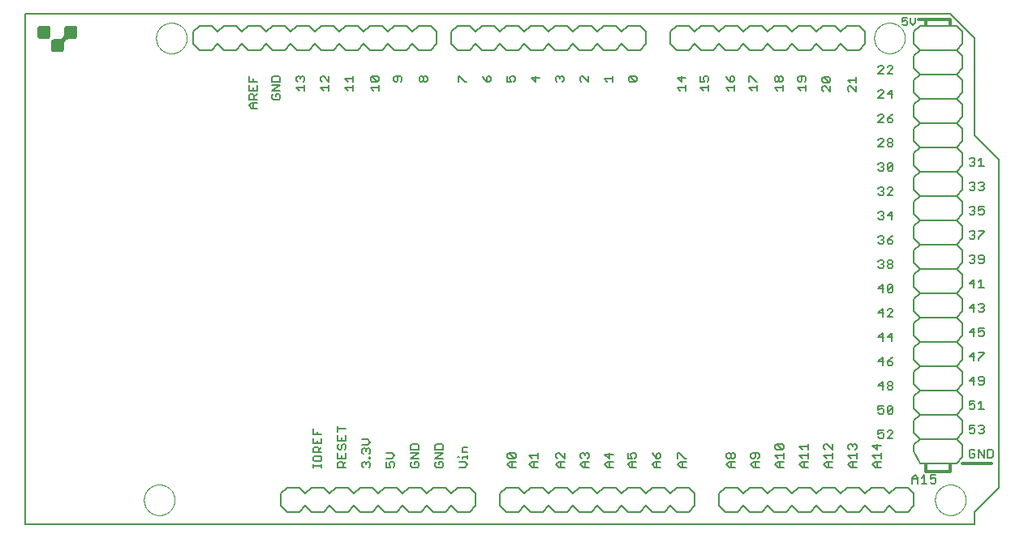
<source format=gto>
G75*
%MOIN*%
%OFA0B0*%
%FSLAX25Y25*%
%IPPOS*%
%LPD*%
%AMOC8*
5,1,8,0,0,1.08239X$1,22.5*
%
%ADD10C,0.00800*%
%ADD11C,0.00600*%
%ADD12C,0.01200*%
%ADD13C,0.00500*%
%ADD14C,0.00000*%
%ADD15C,0.00300*%
D10*
X0005000Y0005000D02*
X0005000Y0215000D01*
X0385000Y0215000D01*
X0395000Y0205000D01*
X0395000Y0165000D01*
X0405000Y0155000D01*
X0405000Y0020000D01*
X0395000Y0010000D01*
X0395000Y0005000D01*
X0005000Y0005000D01*
X0110000Y0012500D02*
X0112500Y0010000D01*
X0117500Y0010000D01*
X0120000Y0012500D01*
X0122500Y0010000D01*
X0127500Y0010000D01*
X0130000Y0012500D01*
X0132500Y0010000D01*
X0137500Y0010000D01*
X0140000Y0012500D01*
X0142500Y0010000D01*
X0147500Y0010000D01*
X0150000Y0012500D01*
X0152500Y0010000D01*
X0157500Y0010000D01*
X0160000Y0012500D01*
X0162500Y0010000D01*
X0167500Y0010000D01*
X0170000Y0012500D01*
X0172500Y0010000D01*
X0177500Y0010000D01*
X0180000Y0012500D01*
X0182500Y0010000D01*
X0187500Y0010000D01*
X0190000Y0012500D01*
X0190000Y0017500D01*
X0187500Y0020000D01*
X0182500Y0020000D01*
X0180000Y0017500D01*
X0177500Y0020000D01*
X0172500Y0020000D01*
X0170000Y0017500D01*
X0167500Y0020000D01*
X0162500Y0020000D01*
X0160000Y0017500D01*
X0157500Y0020000D01*
X0152500Y0020000D01*
X0150000Y0017500D01*
X0147500Y0020000D01*
X0142500Y0020000D01*
X0140000Y0017500D01*
X0137500Y0020000D01*
X0132500Y0020000D01*
X0130000Y0017500D01*
X0127500Y0020000D01*
X0122500Y0020000D01*
X0120000Y0017500D01*
X0117500Y0020000D01*
X0112500Y0020000D01*
X0110000Y0017500D01*
X0110000Y0012500D01*
X0200000Y0012500D02*
X0202500Y0010000D01*
X0207500Y0010000D01*
X0210000Y0012500D01*
X0212500Y0010000D01*
X0217500Y0010000D01*
X0220000Y0012500D01*
X0222500Y0010000D01*
X0227500Y0010000D01*
X0230000Y0012500D01*
X0232500Y0010000D01*
X0237500Y0010000D01*
X0240000Y0012500D01*
X0242500Y0010000D01*
X0247500Y0010000D01*
X0250000Y0012500D01*
X0252500Y0010000D01*
X0257500Y0010000D01*
X0260000Y0012500D01*
X0262500Y0010000D01*
X0267500Y0010000D01*
X0270000Y0012500D01*
X0272500Y0010000D01*
X0277500Y0010000D01*
X0280000Y0012500D01*
X0280000Y0017500D01*
X0277500Y0020000D01*
X0272500Y0020000D01*
X0270000Y0017500D01*
X0267500Y0020000D01*
X0262500Y0020000D01*
X0260000Y0017500D01*
X0257500Y0020000D01*
X0252500Y0020000D01*
X0250000Y0017500D01*
X0247500Y0020000D01*
X0242500Y0020000D01*
X0240000Y0017500D01*
X0237500Y0020000D01*
X0232500Y0020000D01*
X0230000Y0017500D01*
X0227500Y0020000D01*
X0222500Y0020000D01*
X0220000Y0017500D01*
X0217500Y0020000D01*
X0212500Y0020000D01*
X0210000Y0017500D01*
X0207500Y0020000D01*
X0202500Y0020000D01*
X0200000Y0017500D01*
X0200000Y0012500D01*
X0290000Y0012500D02*
X0292500Y0010000D01*
X0297500Y0010000D01*
X0300000Y0012500D01*
X0302500Y0010000D01*
X0307500Y0010000D01*
X0310000Y0012500D01*
X0312500Y0010000D01*
X0317500Y0010000D01*
X0320000Y0012500D01*
X0322500Y0010000D01*
X0327500Y0010000D01*
X0330000Y0012500D01*
X0332500Y0010000D01*
X0337500Y0010000D01*
X0340000Y0012500D01*
X0342500Y0010000D01*
X0347500Y0010000D01*
X0350000Y0012500D01*
X0352500Y0010000D01*
X0357500Y0010000D01*
X0360000Y0012500D01*
X0362500Y0010000D01*
X0367500Y0010000D01*
X0370000Y0012500D01*
X0370000Y0017500D01*
X0367500Y0020000D01*
X0362500Y0020000D01*
X0360000Y0017500D01*
X0357500Y0020000D01*
X0352500Y0020000D01*
X0350000Y0017500D01*
X0347500Y0020000D01*
X0342500Y0020000D01*
X0340000Y0017500D01*
X0337500Y0020000D01*
X0332500Y0020000D01*
X0330000Y0017500D01*
X0327500Y0020000D01*
X0322500Y0020000D01*
X0320000Y0017500D01*
X0317500Y0020000D01*
X0312500Y0020000D01*
X0310000Y0017500D01*
X0307500Y0020000D01*
X0302500Y0020000D01*
X0300000Y0017500D01*
X0297500Y0020000D01*
X0292500Y0020000D01*
X0290000Y0017500D01*
X0290000Y0012500D01*
X0370000Y0035000D02*
X0372500Y0030000D01*
X0387500Y0030000D01*
X0390000Y0032500D01*
X0390000Y0037500D01*
X0387500Y0040000D01*
X0372500Y0040000D01*
X0370000Y0037500D01*
X0370000Y0035000D01*
X0372500Y0200000D02*
X0387500Y0200000D01*
X0390000Y0202500D01*
X0390000Y0207500D01*
X0387500Y0210000D01*
X0372500Y0210000D01*
X0370000Y0207500D01*
X0370000Y0202500D01*
X0372500Y0200000D01*
X0350000Y0202500D02*
X0347500Y0200000D01*
X0342500Y0200000D01*
X0340000Y0202500D01*
X0337500Y0200000D01*
X0332500Y0200000D01*
X0330000Y0202500D01*
X0327500Y0200000D01*
X0322500Y0200000D01*
X0320000Y0202500D01*
X0317500Y0200000D01*
X0312500Y0200000D01*
X0310000Y0202500D01*
X0307500Y0200000D01*
X0302500Y0200000D01*
X0300000Y0202500D01*
X0297500Y0200000D01*
X0292500Y0200000D01*
X0290000Y0202500D01*
X0287500Y0200000D01*
X0282500Y0200000D01*
X0280000Y0202500D01*
X0277500Y0200000D01*
X0272500Y0200000D01*
X0270000Y0202500D01*
X0270000Y0207500D01*
X0272500Y0210000D01*
X0277500Y0210000D01*
X0280000Y0207500D01*
X0282500Y0210000D01*
X0287500Y0210000D01*
X0290000Y0207500D01*
X0292500Y0210000D01*
X0297500Y0210000D01*
X0300000Y0207500D01*
X0302500Y0210000D01*
X0307500Y0210000D01*
X0310000Y0207500D01*
X0312500Y0210000D01*
X0317500Y0210000D01*
X0320000Y0207500D01*
X0322500Y0210000D01*
X0327500Y0210000D01*
X0330000Y0207500D01*
X0332500Y0210000D01*
X0337500Y0210000D01*
X0340000Y0207500D01*
X0342500Y0210000D01*
X0347500Y0210000D01*
X0350000Y0207500D01*
X0350000Y0202500D01*
X0260000Y0202500D02*
X0257500Y0200000D01*
X0252500Y0200000D01*
X0250000Y0202500D01*
X0247500Y0200000D01*
X0242500Y0200000D01*
X0240000Y0202500D01*
X0237500Y0200000D01*
X0232500Y0200000D01*
X0230000Y0202500D01*
X0227500Y0200000D01*
X0222500Y0200000D01*
X0220000Y0202500D01*
X0217500Y0200000D01*
X0212500Y0200000D01*
X0210000Y0202500D01*
X0207500Y0200000D01*
X0202500Y0200000D01*
X0200000Y0202500D01*
X0197500Y0200000D01*
X0192500Y0200000D01*
X0190000Y0202500D01*
X0187500Y0200000D01*
X0182500Y0200000D01*
X0180000Y0202500D01*
X0180000Y0207500D01*
X0182500Y0210000D01*
X0187500Y0210000D01*
X0190000Y0207500D01*
X0192500Y0210000D01*
X0197500Y0210000D01*
X0200000Y0207500D01*
X0202500Y0210000D01*
X0207500Y0210000D01*
X0210000Y0207500D01*
X0212500Y0210000D01*
X0217500Y0210000D01*
X0220000Y0207500D01*
X0222500Y0210000D01*
X0227500Y0210000D01*
X0230000Y0207500D01*
X0232500Y0210000D01*
X0237500Y0210000D01*
X0240000Y0207500D01*
X0242500Y0210000D01*
X0247500Y0210000D01*
X0250000Y0207500D01*
X0252500Y0210000D01*
X0257500Y0210000D01*
X0260000Y0207500D01*
X0260000Y0202500D01*
X0174000Y0202500D02*
X0171500Y0200000D01*
X0166500Y0200000D01*
X0164000Y0202500D01*
X0161500Y0200000D01*
X0156500Y0200000D01*
X0154000Y0202500D01*
X0151500Y0200000D01*
X0146500Y0200000D01*
X0144000Y0202500D01*
X0141500Y0200000D01*
X0136500Y0200000D01*
X0134000Y0202500D01*
X0131500Y0200000D01*
X0126500Y0200000D01*
X0124000Y0202500D01*
X0121500Y0200000D01*
X0116500Y0200000D01*
X0114000Y0202500D01*
X0111500Y0200000D01*
X0106500Y0200000D01*
X0104000Y0202500D01*
X0101500Y0200000D01*
X0096500Y0200000D01*
X0094000Y0202500D01*
X0091500Y0200000D01*
X0086500Y0200000D01*
X0084000Y0202500D01*
X0081500Y0200000D01*
X0076500Y0200000D01*
X0074000Y0202500D01*
X0074000Y0207500D01*
X0076500Y0210000D01*
X0081500Y0210000D01*
X0084000Y0207500D01*
X0086500Y0210000D01*
X0091500Y0210000D01*
X0094000Y0207500D01*
X0096500Y0210000D01*
X0101500Y0210000D01*
X0104000Y0207500D01*
X0106500Y0210000D01*
X0111500Y0210000D01*
X0114000Y0207500D01*
X0116500Y0210000D01*
X0121500Y0210000D01*
X0124000Y0207500D01*
X0126500Y0210000D01*
X0131500Y0210000D01*
X0134000Y0207500D01*
X0136500Y0210000D01*
X0141500Y0210000D01*
X0144000Y0207500D01*
X0146500Y0210000D01*
X0151500Y0210000D01*
X0154000Y0207500D01*
X0156500Y0210000D01*
X0161500Y0210000D01*
X0164000Y0207500D01*
X0166500Y0210000D01*
X0171500Y0210000D01*
X0174000Y0207500D01*
X0174000Y0202500D01*
D11*
X0169633Y0189385D02*
X0170200Y0188818D01*
X0170200Y0187684D01*
X0169633Y0187117D01*
X0169066Y0187117D01*
X0168499Y0187684D01*
X0168499Y0188818D01*
X0169066Y0189385D01*
X0169633Y0189385D01*
X0168499Y0188818D02*
X0167931Y0189385D01*
X0167364Y0189385D01*
X0166797Y0188818D01*
X0166797Y0187684D01*
X0167364Y0187117D01*
X0167931Y0187117D01*
X0168499Y0187684D01*
X0159700Y0187684D02*
X0159700Y0188818D01*
X0159133Y0189385D01*
X0156864Y0189385D01*
X0156297Y0188818D01*
X0156297Y0187684D01*
X0156864Y0187117D01*
X0157431Y0187117D01*
X0157999Y0187684D01*
X0157999Y0189385D01*
X0159700Y0187684D02*
X0159133Y0187117D01*
X0150200Y0187684D02*
X0149633Y0187117D01*
X0147364Y0189385D01*
X0149633Y0189385D01*
X0150200Y0188818D01*
X0150200Y0187684D01*
X0149633Y0187117D02*
X0147364Y0187117D01*
X0146797Y0187684D01*
X0146797Y0188818D01*
X0147364Y0189385D01*
X0150200Y0185702D02*
X0150200Y0183434D01*
X0150200Y0184568D02*
X0146797Y0184568D01*
X0147931Y0183434D01*
X0139700Y0183434D02*
X0139700Y0185702D01*
X0139700Y0184568D02*
X0136297Y0184568D01*
X0137431Y0183434D01*
X0137431Y0187117D02*
X0136297Y0188251D01*
X0139700Y0188251D01*
X0139700Y0187117D02*
X0139700Y0189385D01*
X0129700Y0189385D02*
X0129700Y0187117D01*
X0127431Y0189385D01*
X0126864Y0189385D01*
X0126297Y0188818D01*
X0126297Y0187684D01*
X0126864Y0187117D01*
X0126297Y0184568D02*
X0129700Y0184568D01*
X0129700Y0183434D02*
X0129700Y0185702D01*
X0127431Y0183434D02*
X0126297Y0184568D01*
X0119700Y0184568D02*
X0116297Y0184568D01*
X0117431Y0183434D01*
X0119700Y0183434D02*
X0119700Y0185702D01*
X0119133Y0187117D02*
X0119700Y0187684D01*
X0119700Y0188818D01*
X0119133Y0189385D01*
X0118566Y0189385D01*
X0117999Y0188818D01*
X0117999Y0188251D01*
X0117999Y0188818D02*
X0117431Y0189385D01*
X0116864Y0189385D01*
X0116297Y0188818D01*
X0116297Y0187684D01*
X0116864Y0187117D01*
X0109700Y0187117D02*
X0109700Y0188818D01*
X0109133Y0189385D01*
X0106864Y0189385D01*
X0106297Y0188818D01*
X0106297Y0187117D01*
X0109700Y0187117D01*
X0109700Y0185702D02*
X0106297Y0185702D01*
X0106297Y0183434D02*
X0109700Y0185702D01*
X0109700Y0183434D02*
X0106297Y0183434D01*
X0106864Y0182019D02*
X0106297Y0181452D01*
X0106297Y0180318D01*
X0106864Y0179751D01*
X0109133Y0179751D01*
X0109700Y0180318D01*
X0109700Y0181452D01*
X0109133Y0182019D01*
X0107999Y0182019D01*
X0107999Y0180885D01*
X0100200Y0182019D02*
X0099066Y0180885D01*
X0099066Y0181452D02*
X0099066Y0179751D01*
X0100200Y0179751D02*
X0096797Y0179751D01*
X0096797Y0181452D01*
X0097364Y0182019D01*
X0098499Y0182019D01*
X0099066Y0181452D01*
X0098499Y0183434D02*
X0098499Y0184568D01*
X0100200Y0183434D02*
X0100200Y0185702D01*
X0100200Y0187117D02*
X0096797Y0187117D01*
X0096797Y0189385D01*
X0098499Y0188251D02*
X0098499Y0187117D01*
X0096797Y0185702D02*
X0096797Y0183434D01*
X0100200Y0183434D01*
X0100200Y0178336D02*
X0097931Y0178336D01*
X0096797Y0177202D01*
X0097931Y0176067D01*
X0100200Y0176067D01*
X0098499Y0176067D02*
X0098499Y0178336D01*
X0182797Y0187117D02*
X0182797Y0189385D01*
X0183364Y0189385D01*
X0185633Y0187117D01*
X0186200Y0187117D01*
X0192797Y0189385D02*
X0193364Y0188251D01*
X0194499Y0187117D01*
X0194499Y0188818D01*
X0195066Y0189385D01*
X0195633Y0189385D01*
X0196200Y0188818D01*
X0196200Y0187684D01*
X0195633Y0187117D01*
X0194499Y0187117D01*
X0202797Y0187117D02*
X0204499Y0187117D01*
X0203931Y0188251D01*
X0203931Y0188818D01*
X0204499Y0189385D01*
X0205633Y0189385D01*
X0206200Y0188818D01*
X0206200Y0187684D01*
X0205633Y0187117D01*
X0202797Y0187117D02*
X0202797Y0189385D01*
X0212797Y0188818D02*
X0214499Y0187117D01*
X0214499Y0189385D01*
X0216200Y0188818D02*
X0212797Y0188818D01*
X0222797Y0188818D02*
X0222797Y0187684D01*
X0223364Y0187117D01*
X0224499Y0188251D02*
X0224499Y0188818D01*
X0225066Y0189385D01*
X0225633Y0189385D01*
X0226200Y0188818D01*
X0226200Y0187684D01*
X0225633Y0187117D01*
X0224499Y0188818D02*
X0223931Y0189385D01*
X0223364Y0189385D01*
X0222797Y0188818D01*
X0232797Y0188818D02*
X0232797Y0187684D01*
X0233364Y0187117D01*
X0232797Y0188818D02*
X0233364Y0189385D01*
X0233931Y0189385D01*
X0236200Y0187117D01*
X0236200Y0189385D01*
X0242797Y0188251D02*
X0246200Y0188251D01*
X0246200Y0187117D02*
X0246200Y0189385D01*
X0243931Y0187117D02*
X0242797Y0188251D01*
X0252797Y0187684D02*
X0252797Y0188818D01*
X0253364Y0189385D01*
X0255633Y0187117D01*
X0256200Y0187684D01*
X0256200Y0188818D01*
X0255633Y0189385D01*
X0253364Y0189385D01*
X0252797Y0187684D02*
X0253364Y0187117D01*
X0255633Y0187117D01*
X0272797Y0188818D02*
X0274499Y0187117D01*
X0274499Y0189385D01*
X0276200Y0188818D02*
X0272797Y0188818D01*
X0272797Y0184568D02*
X0276200Y0184568D01*
X0276200Y0183434D02*
X0276200Y0185702D01*
X0273931Y0183434D02*
X0272797Y0184568D01*
X0282297Y0184568D02*
X0283431Y0183434D01*
X0282297Y0184568D02*
X0285700Y0184568D01*
X0285700Y0183434D02*
X0285700Y0185702D01*
X0285133Y0187117D02*
X0285700Y0187684D01*
X0285700Y0188818D01*
X0285133Y0189385D01*
X0283999Y0189385D01*
X0283431Y0188818D01*
X0283431Y0188251D01*
X0283999Y0187117D01*
X0282297Y0187117D01*
X0282297Y0189385D01*
X0292797Y0189385D02*
X0293364Y0188251D01*
X0294499Y0187117D01*
X0294499Y0188818D01*
X0295066Y0189385D01*
X0295633Y0189385D01*
X0296200Y0188818D01*
X0296200Y0187684D01*
X0295633Y0187117D01*
X0294499Y0187117D01*
X0296200Y0185702D02*
X0296200Y0183434D01*
X0296200Y0184568D02*
X0292797Y0184568D01*
X0293931Y0183434D01*
X0302297Y0184568D02*
X0303431Y0183434D01*
X0302297Y0184568D02*
X0305700Y0184568D01*
X0305700Y0183434D02*
X0305700Y0185702D01*
X0305700Y0187117D02*
X0305133Y0187117D01*
X0302864Y0189385D01*
X0302297Y0189385D01*
X0302297Y0187117D01*
X0312797Y0187684D02*
X0312797Y0188818D01*
X0313364Y0189385D01*
X0313931Y0189385D01*
X0314499Y0188818D01*
X0314499Y0187684D01*
X0313931Y0187117D01*
X0313364Y0187117D01*
X0312797Y0187684D01*
X0314499Y0187684D02*
X0315066Y0187117D01*
X0315633Y0187117D01*
X0316200Y0187684D01*
X0316200Y0188818D01*
X0315633Y0189385D01*
X0315066Y0189385D01*
X0314499Y0188818D01*
X0316200Y0185702D02*
X0316200Y0183434D01*
X0316200Y0184568D02*
X0312797Y0184568D01*
X0313931Y0183434D01*
X0322297Y0184568D02*
X0323431Y0183434D01*
X0322297Y0184568D02*
X0325700Y0184568D01*
X0325700Y0183434D02*
X0325700Y0185702D01*
X0325133Y0187117D02*
X0325700Y0187684D01*
X0325700Y0188818D01*
X0325133Y0189385D01*
X0322864Y0189385D01*
X0322297Y0188818D01*
X0322297Y0187684D01*
X0322864Y0187117D01*
X0323431Y0187117D01*
X0323999Y0187684D01*
X0323999Y0189385D01*
X0332297Y0188318D02*
X0332297Y0187184D01*
X0332864Y0186617D01*
X0335133Y0186617D01*
X0332864Y0188885D01*
X0335133Y0188885D01*
X0335700Y0188318D01*
X0335700Y0187184D01*
X0335133Y0186617D01*
X0335700Y0185202D02*
X0335700Y0182934D01*
X0333431Y0185202D01*
X0332864Y0185202D01*
X0332297Y0184635D01*
X0332297Y0183501D01*
X0332864Y0182934D01*
X0332297Y0188318D02*
X0332864Y0188885D01*
X0342797Y0187751D02*
X0346200Y0187751D01*
X0346200Y0186617D02*
X0346200Y0188885D01*
X0343931Y0186617D02*
X0342797Y0187751D01*
X0343364Y0185202D02*
X0342797Y0184635D01*
X0342797Y0183501D01*
X0343364Y0182934D01*
X0343364Y0185202D02*
X0343931Y0185202D01*
X0346200Y0182934D01*
X0346200Y0185202D01*
X0355400Y0183136D02*
X0355967Y0183703D01*
X0357101Y0183703D01*
X0357669Y0183136D01*
X0357669Y0182569D01*
X0355400Y0180300D01*
X0357669Y0180300D01*
X0359083Y0182001D02*
X0361352Y0182001D01*
X0360785Y0180300D02*
X0360785Y0183703D01*
X0359083Y0182001D01*
X0359083Y0190300D02*
X0361352Y0192569D01*
X0361352Y0193136D01*
X0360785Y0193703D01*
X0359650Y0193703D01*
X0359083Y0193136D01*
X0357669Y0193136D02*
X0357101Y0193703D01*
X0355967Y0193703D01*
X0355400Y0193136D01*
X0357669Y0193136D02*
X0357669Y0192569D01*
X0355400Y0190300D01*
X0357669Y0190300D01*
X0359083Y0190300D02*
X0361352Y0190300D01*
X0370000Y0192500D02*
X0372500Y0190000D01*
X0387500Y0190000D01*
X0390000Y0187500D01*
X0390000Y0182500D01*
X0387500Y0180000D01*
X0372500Y0180000D01*
X0370000Y0182500D01*
X0370000Y0187500D01*
X0372500Y0190000D01*
X0370000Y0192500D02*
X0370000Y0197500D01*
X0372500Y0200000D01*
X0387500Y0200000D02*
X0390000Y0197500D01*
X0390000Y0192500D01*
X0387500Y0190000D01*
X0387500Y0180000D02*
X0390000Y0177500D01*
X0390000Y0172500D01*
X0387500Y0170000D01*
X0372500Y0170000D01*
X0370000Y0172500D01*
X0370000Y0177500D01*
X0372500Y0180000D01*
X0361352Y0173703D02*
X0360217Y0173136D01*
X0359083Y0172001D01*
X0360785Y0172001D01*
X0361352Y0171434D01*
X0361352Y0170867D01*
X0360785Y0170300D01*
X0359650Y0170300D01*
X0359083Y0170867D01*
X0359083Y0172001D01*
X0357669Y0172569D02*
X0357669Y0173136D01*
X0357101Y0173703D01*
X0355967Y0173703D01*
X0355400Y0173136D01*
X0357669Y0172569D02*
X0355400Y0170300D01*
X0357669Y0170300D01*
X0357101Y0163703D02*
X0355967Y0163703D01*
X0355400Y0163136D01*
X0357101Y0163703D02*
X0357669Y0163136D01*
X0357669Y0162569D01*
X0355400Y0160300D01*
X0357669Y0160300D01*
X0359083Y0160867D02*
X0359083Y0161434D01*
X0359650Y0162001D01*
X0360785Y0162001D01*
X0361352Y0161434D01*
X0361352Y0160867D01*
X0360785Y0160300D01*
X0359650Y0160300D01*
X0359083Y0160867D01*
X0359650Y0162001D02*
X0359083Y0162569D01*
X0359083Y0163136D01*
X0359650Y0163703D01*
X0360785Y0163703D01*
X0361352Y0163136D01*
X0361352Y0162569D01*
X0360785Y0162001D01*
X0360785Y0153703D02*
X0361352Y0153136D01*
X0359083Y0150867D01*
X0359650Y0150300D01*
X0360785Y0150300D01*
X0361352Y0150867D01*
X0361352Y0153136D01*
X0360785Y0153703D02*
X0359650Y0153703D01*
X0359083Y0153136D01*
X0359083Y0150867D01*
X0357669Y0150867D02*
X0357101Y0150300D01*
X0355967Y0150300D01*
X0355400Y0150867D01*
X0356534Y0152001D02*
X0357101Y0152001D01*
X0357669Y0151434D01*
X0357669Y0150867D01*
X0357101Y0152001D02*
X0357669Y0152569D01*
X0357669Y0153136D01*
X0357101Y0153703D01*
X0355967Y0153703D01*
X0355400Y0153136D01*
X0355967Y0143703D02*
X0357101Y0143703D01*
X0357669Y0143136D01*
X0357669Y0142569D01*
X0357101Y0142001D01*
X0357669Y0141434D01*
X0357669Y0140867D01*
X0357101Y0140300D01*
X0355967Y0140300D01*
X0355400Y0140867D01*
X0356534Y0142001D02*
X0357101Y0142001D01*
X0355400Y0143136D02*
X0355967Y0143703D01*
X0359083Y0143136D02*
X0359650Y0143703D01*
X0360785Y0143703D01*
X0361352Y0143136D01*
X0361352Y0142569D01*
X0359083Y0140300D01*
X0361352Y0140300D01*
X0360785Y0133703D02*
X0359083Y0132001D01*
X0361352Y0132001D01*
X0360785Y0130300D02*
X0360785Y0133703D01*
X0357669Y0133136D02*
X0357669Y0132569D01*
X0357101Y0132001D01*
X0357669Y0131434D01*
X0357669Y0130867D01*
X0357101Y0130300D01*
X0355967Y0130300D01*
X0355400Y0130867D01*
X0356534Y0132001D02*
X0357101Y0132001D01*
X0357669Y0133136D02*
X0357101Y0133703D01*
X0355967Y0133703D01*
X0355400Y0133136D01*
X0355967Y0123703D02*
X0357101Y0123703D01*
X0357669Y0123136D01*
X0357669Y0122569D01*
X0357101Y0122001D01*
X0357669Y0121434D01*
X0357669Y0120867D01*
X0357101Y0120300D01*
X0355967Y0120300D01*
X0355400Y0120867D01*
X0356534Y0122001D02*
X0357101Y0122001D01*
X0359083Y0122001D02*
X0359083Y0120867D01*
X0359650Y0120300D01*
X0360785Y0120300D01*
X0361352Y0120867D01*
X0361352Y0121434D01*
X0360785Y0122001D01*
X0359083Y0122001D01*
X0360217Y0123136D01*
X0361352Y0123703D01*
X0355967Y0123703D02*
X0355400Y0123136D01*
X0355967Y0113703D02*
X0357101Y0113703D01*
X0357669Y0113136D01*
X0357669Y0112569D01*
X0357101Y0112001D01*
X0357669Y0111434D01*
X0357669Y0110867D01*
X0357101Y0110300D01*
X0355967Y0110300D01*
X0355400Y0110867D01*
X0356534Y0112001D02*
X0357101Y0112001D01*
X0355400Y0113136D02*
X0355967Y0113703D01*
X0359083Y0113136D02*
X0359083Y0112569D01*
X0359650Y0112001D01*
X0360785Y0112001D01*
X0361352Y0111434D01*
X0361352Y0110867D01*
X0360785Y0110300D01*
X0359650Y0110300D01*
X0359083Y0110867D01*
X0359083Y0111434D01*
X0359650Y0112001D01*
X0360785Y0112001D02*
X0361352Y0112569D01*
X0361352Y0113136D01*
X0360785Y0113703D01*
X0359650Y0113703D01*
X0359083Y0113136D01*
X0370000Y0112500D02*
X0372500Y0110000D01*
X0387500Y0110000D01*
X0390000Y0107500D01*
X0390000Y0102500D01*
X0387500Y0100000D01*
X0372500Y0100000D01*
X0370000Y0102500D01*
X0370000Y0107500D01*
X0372500Y0110000D01*
X0370000Y0112500D02*
X0370000Y0117500D01*
X0372500Y0120000D01*
X0387500Y0120000D01*
X0390000Y0117500D01*
X0390000Y0112500D01*
X0387500Y0110000D01*
X0392800Y0112967D02*
X0393367Y0112400D01*
X0394501Y0112400D01*
X0395069Y0112967D01*
X0395069Y0113534D01*
X0394501Y0114101D01*
X0393934Y0114101D01*
X0394501Y0114101D02*
X0395069Y0114669D01*
X0395069Y0115236D01*
X0394501Y0115803D01*
X0393367Y0115803D01*
X0392800Y0115236D01*
X0396483Y0115236D02*
X0396483Y0114669D01*
X0397050Y0114101D01*
X0398752Y0114101D01*
X0398752Y0112967D02*
X0398752Y0115236D01*
X0398185Y0115803D01*
X0397050Y0115803D01*
X0396483Y0115236D01*
X0396483Y0112967D02*
X0397050Y0112400D01*
X0398185Y0112400D01*
X0398752Y0112967D01*
X0390000Y0122500D02*
X0387500Y0120000D01*
X0390000Y0122500D02*
X0390000Y0127500D01*
X0387500Y0130000D01*
X0372500Y0130000D01*
X0370000Y0132500D01*
X0370000Y0137500D01*
X0372500Y0140000D01*
X0387500Y0140000D01*
X0390000Y0142500D01*
X0390000Y0147500D01*
X0387500Y0150000D01*
X0372500Y0150000D01*
X0370000Y0152500D01*
X0370000Y0157500D01*
X0372500Y0160000D01*
X0387500Y0160000D01*
X0390000Y0162500D01*
X0390000Y0167500D01*
X0387500Y0170000D01*
X0372500Y0170000D02*
X0370000Y0167500D01*
X0370000Y0162500D01*
X0372500Y0160000D01*
X0372500Y0150000D02*
X0370000Y0147500D01*
X0370000Y0142500D01*
X0372500Y0140000D01*
X0372500Y0130000D02*
X0370000Y0127500D01*
X0370000Y0122500D01*
X0372500Y0120000D01*
X0387500Y0130000D02*
X0390000Y0132500D01*
X0390000Y0137500D01*
X0387500Y0140000D01*
X0392800Y0142967D02*
X0393367Y0142400D01*
X0394501Y0142400D01*
X0395069Y0142967D01*
X0395069Y0143534D01*
X0394501Y0144101D01*
X0393934Y0144101D01*
X0394501Y0144101D02*
X0395069Y0144669D01*
X0395069Y0145236D01*
X0394501Y0145803D01*
X0393367Y0145803D01*
X0392800Y0145236D01*
X0396483Y0145236D02*
X0397050Y0145803D01*
X0398185Y0145803D01*
X0398752Y0145236D01*
X0398752Y0144669D01*
X0398185Y0144101D01*
X0398752Y0143534D01*
X0398752Y0142967D01*
X0398185Y0142400D01*
X0397050Y0142400D01*
X0396483Y0142967D01*
X0397617Y0144101D02*
X0398185Y0144101D01*
X0390000Y0152500D02*
X0387500Y0150000D01*
X0390000Y0152500D02*
X0390000Y0157500D01*
X0387500Y0160000D01*
X0392800Y0155236D02*
X0393367Y0155803D01*
X0394501Y0155803D01*
X0395069Y0155236D01*
X0395069Y0154669D01*
X0394501Y0154101D01*
X0395069Y0153534D01*
X0395069Y0152967D01*
X0394501Y0152400D01*
X0393367Y0152400D01*
X0392800Y0152967D01*
X0393934Y0154101D02*
X0394501Y0154101D01*
X0396483Y0154669D02*
X0397617Y0155803D01*
X0397617Y0152400D01*
X0396483Y0152400D02*
X0398752Y0152400D01*
X0398752Y0135803D02*
X0396483Y0135803D01*
X0396483Y0134101D01*
X0397617Y0134669D01*
X0398185Y0134669D01*
X0398752Y0134101D01*
X0398752Y0132967D01*
X0398185Y0132400D01*
X0397050Y0132400D01*
X0396483Y0132967D01*
X0395069Y0132967D02*
X0394501Y0132400D01*
X0393367Y0132400D01*
X0392800Y0132967D01*
X0393934Y0134101D02*
X0394501Y0134101D01*
X0395069Y0133534D01*
X0395069Y0132967D01*
X0394501Y0134101D02*
X0395069Y0134669D01*
X0395069Y0135236D01*
X0394501Y0135803D01*
X0393367Y0135803D01*
X0392800Y0135236D01*
X0393367Y0125803D02*
X0394501Y0125803D01*
X0395069Y0125236D01*
X0395069Y0124669D01*
X0394501Y0124101D01*
X0395069Y0123534D01*
X0395069Y0122967D01*
X0394501Y0122400D01*
X0393367Y0122400D01*
X0392800Y0122967D01*
X0393934Y0124101D02*
X0394501Y0124101D01*
X0392800Y0125236D02*
X0393367Y0125803D01*
X0396483Y0125803D02*
X0398752Y0125803D01*
X0398752Y0125236D01*
X0396483Y0122967D01*
X0396483Y0122400D01*
X0397617Y0105803D02*
X0397617Y0102400D01*
X0396483Y0102400D02*
X0398752Y0102400D01*
X0396483Y0104669D02*
X0397617Y0105803D01*
X0395069Y0104101D02*
X0392800Y0104101D01*
X0394501Y0105803D01*
X0394501Y0102400D01*
X0390000Y0097500D02*
X0390000Y0092500D01*
X0387500Y0090000D01*
X0372500Y0090000D01*
X0370000Y0092500D01*
X0370000Y0097500D01*
X0372500Y0100000D01*
X0361352Y0100867D02*
X0360785Y0100300D01*
X0359650Y0100300D01*
X0359083Y0100867D01*
X0361352Y0103136D01*
X0361352Y0100867D01*
X0361352Y0103136D02*
X0360785Y0103703D01*
X0359650Y0103703D01*
X0359083Y0103136D01*
X0359083Y0100867D01*
X0357669Y0102001D02*
X0355400Y0102001D01*
X0357101Y0103703D01*
X0357101Y0100300D01*
X0357101Y0093703D02*
X0355400Y0092001D01*
X0357669Y0092001D01*
X0357101Y0090300D02*
X0357101Y0093703D01*
X0359083Y0093136D02*
X0359650Y0093703D01*
X0360785Y0093703D01*
X0361352Y0093136D01*
X0361352Y0092569D01*
X0359083Y0090300D01*
X0361352Y0090300D01*
X0360785Y0083703D02*
X0359083Y0082001D01*
X0361352Y0082001D01*
X0360785Y0080300D02*
X0360785Y0083703D01*
X0357669Y0082001D02*
X0355400Y0082001D01*
X0357101Y0083703D01*
X0357101Y0080300D01*
X0357101Y0073703D02*
X0355400Y0072001D01*
X0357669Y0072001D01*
X0359083Y0072001D02*
X0360785Y0072001D01*
X0361352Y0071434D01*
X0361352Y0070867D01*
X0360785Y0070300D01*
X0359650Y0070300D01*
X0359083Y0070867D01*
X0359083Y0072001D01*
X0360217Y0073136D01*
X0361352Y0073703D01*
X0357101Y0073703D02*
X0357101Y0070300D01*
X0357101Y0063703D02*
X0355400Y0062001D01*
X0357669Y0062001D01*
X0359083Y0061434D02*
X0359650Y0062001D01*
X0360785Y0062001D01*
X0361352Y0061434D01*
X0361352Y0060867D01*
X0360785Y0060300D01*
X0359650Y0060300D01*
X0359083Y0060867D01*
X0359083Y0061434D01*
X0359650Y0062001D02*
X0359083Y0062569D01*
X0359083Y0063136D01*
X0359650Y0063703D01*
X0360785Y0063703D01*
X0361352Y0063136D01*
X0361352Y0062569D01*
X0360785Y0062001D01*
X0357101Y0060300D02*
X0357101Y0063703D01*
X0370000Y0062500D02*
X0372500Y0060000D01*
X0387500Y0060000D01*
X0390000Y0062500D01*
X0390000Y0067500D01*
X0387500Y0070000D01*
X0372500Y0070000D01*
X0370000Y0072500D01*
X0370000Y0077500D01*
X0372500Y0080000D01*
X0387500Y0080000D01*
X0390000Y0082500D01*
X0390000Y0087500D01*
X0387500Y0090000D01*
X0392800Y0094101D02*
X0395069Y0094101D01*
X0394501Y0092400D02*
X0394501Y0095803D01*
X0392800Y0094101D01*
X0396483Y0092967D02*
X0397050Y0092400D01*
X0398185Y0092400D01*
X0398752Y0092967D01*
X0398752Y0093534D01*
X0398185Y0094101D01*
X0397617Y0094101D01*
X0398185Y0094101D02*
X0398752Y0094669D01*
X0398752Y0095236D01*
X0398185Y0095803D01*
X0397050Y0095803D01*
X0396483Y0095236D01*
X0390000Y0097500D02*
X0387500Y0100000D01*
X0372500Y0090000D02*
X0370000Y0087500D01*
X0370000Y0082500D01*
X0372500Y0080000D01*
X0372500Y0070000D02*
X0370000Y0067500D01*
X0370000Y0062500D01*
X0372500Y0060000D02*
X0370000Y0057500D01*
X0370000Y0052500D01*
X0372500Y0050000D01*
X0387500Y0050000D01*
X0390000Y0052500D01*
X0390000Y0057500D01*
X0387500Y0060000D01*
X0392800Y0064101D02*
X0395069Y0064101D01*
X0396483Y0064669D02*
X0397050Y0064101D01*
X0398752Y0064101D01*
X0398752Y0062967D02*
X0398752Y0065236D01*
X0398185Y0065803D01*
X0397050Y0065803D01*
X0396483Y0065236D01*
X0396483Y0064669D01*
X0396483Y0062967D02*
X0397050Y0062400D01*
X0398185Y0062400D01*
X0398752Y0062967D01*
X0394501Y0062400D02*
X0394501Y0065803D01*
X0392800Y0064101D01*
X0387500Y0070000D02*
X0390000Y0072500D01*
X0390000Y0077500D01*
X0387500Y0080000D01*
X0392800Y0084101D02*
X0395069Y0084101D01*
X0396483Y0084101D02*
X0397617Y0084669D01*
X0398185Y0084669D01*
X0398752Y0084101D01*
X0398752Y0082967D01*
X0398185Y0082400D01*
X0397050Y0082400D01*
X0396483Y0082967D01*
X0396483Y0084101D02*
X0396483Y0085803D01*
X0398752Y0085803D01*
X0394501Y0085803D02*
X0394501Y0082400D01*
X0392800Y0084101D02*
X0394501Y0085803D01*
X0394501Y0075803D02*
X0392800Y0074101D01*
X0395069Y0074101D01*
X0394501Y0072400D02*
X0394501Y0075803D01*
X0396483Y0075803D02*
X0398752Y0075803D01*
X0398752Y0075236D01*
X0396483Y0072967D01*
X0396483Y0072400D01*
X0397617Y0055803D02*
X0397617Y0052400D01*
X0396483Y0052400D02*
X0398752Y0052400D01*
X0396483Y0054669D02*
X0397617Y0055803D01*
X0395069Y0055803D02*
X0392800Y0055803D01*
X0392800Y0054101D01*
X0393934Y0054669D01*
X0394501Y0054669D01*
X0395069Y0054101D01*
X0395069Y0052967D01*
X0394501Y0052400D01*
X0393367Y0052400D01*
X0392800Y0052967D01*
X0387500Y0050000D02*
X0390000Y0047500D01*
X0390000Y0042500D01*
X0387500Y0040000D01*
X0392800Y0042967D02*
X0393367Y0042400D01*
X0394501Y0042400D01*
X0395069Y0042967D01*
X0395069Y0044101D01*
X0394501Y0044669D01*
X0393934Y0044669D01*
X0392800Y0044101D01*
X0392800Y0045803D01*
X0395069Y0045803D01*
X0396483Y0045236D02*
X0397050Y0045803D01*
X0398185Y0045803D01*
X0398752Y0045236D01*
X0398752Y0044669D01*
X0398185Y0044101D01*
X0398752Y0043534D01*
X0398752Y0042967D01*
X0398185Y0042400D01*
X0397050Y0042400D01*
X0396483Y0042967D01*
X0397617Y0044101D02*
X0398185Y0044101D01*
X0398752Y0035803D02*
X0398752Y0032400D01*
X0396483Y0035803D01*
X0396483Y0032400D01*
X0395069Y0032967D02*
X0394501Y0032400D01*
X0393367Y0032400D01*
X0392800Y0032967D01*
X0392800Y0035236D01*
X0393367Y0035803D01*
X0394501Y0035803D01*
X0395069Y0035236D01*
X0395069Y0034101D02*
X0393934Y0034101D01*
X0395069Y0034101D02*
X0395069Y0032967D01*
X0400166Y0032400D02*
X0401868Y0032400D01*
X0402435Y0032967D01*
X0402435Y0035236D01*
X0401868Y0035803D01*
X0400166Y0035803D01*
X0400166Y0032400D01*
X0379035Y0025203D02*
X0376766Y0025203D01*
X0376766Y0023501D01*
X0377901Y0024069D01*
X0378468Y0024069D01*
X0379035Y0023501D01*
X0379035Y0022367D01*
X0378468Y0021800D01*
X0377333Y0021800D01*
X0376766Y0022367D01*
X0375352Y0021800D02*
X0373083Y0021800D01*
X0374217Y0021800D02*
X0374217Y0025203D01*
X0373083Y0024069D01*
X0371669Y0024069D02*
X0371669Y0021800D01*
X0371669Y0023501D02*
X0369400Y0023501D01*
X0369400Y0024069D02*
X0369400Y0021800D01*
X0369400Y0024069D02*
X0370534Y0025203D01*
X0371669Y0024069D01*
X0356450Y0028400D02*
X0354181Y0028400D01*
X0353047Y0029534D01*
X0354181Y0030669D01*
X0356450Y0030669D01*
X0356450Y0032083D02*
X0356450Y0034352D01*
X0356450Y0033217D02*
X0353047Y0033217D01*
X0354181Y0032083D01*
X0354749Y0030669D02*
X0354749Y0028400D01*
X0346450Y0028400D02*
X0344181Y0028400D01*
X0343047Y0029534D01*
X0344181Y0030669D01*
X0346450Y0030669D01*
X0346450Y0032083D02*
X0346450Y0034352D01*
X0346450Y0033217D02*
X0343047Y0033217D01*
X0344181Y0032083D01*
X0344749Y0030669D02*
X0344749Y0028400D01*
X0336450Y0028400D02*
X0334181Y0028400D01*
X0333047Y0029534D01*
X0334181Y0030669D01*
X0336450Y0030669D01*
X0336450Y0032083D02*
X0336450Y0034352D01*
X0336450Y0033217D02*
X0333047Y0033217D01*
X0334181Y0032083D01*
X0334749Y0030669D02*
X0334749Y0028400D01*
X0326450Y0028400D02*
X0324181Y0028400D01*
X0323047Y0029534D01*
X0324181Y0030669D01*
X0326450Y0030669D01*
X0326450Y0032083D02*
X0326450Y0034352D01*
X0326450Y0033217D02*
X0323047Y0033217D01*
X0324181Y0032083D01*
X0324749Y0030669D02*
X0324749Y0028400D01*
X0316450Y0028400D02*
X0314181Y0028400D01*
X0313047Y0029534D01*
X0314181Y0030669D01*
X0316450Y0030669D01*
X0316450Y0032083D02*
X0316450Y0034352D01*
X0316450Y0033217D02*
X0313047Y0033217D01*
X0314181Y0032083D01*
X0314749Y0030669D02*
X0314749Y0028400D01*
X0306450Y0028400D02*
X0304181Y0028400D01*
X0303047Y0029534D01*
X0304181Y0030669D01*
X0306450Y0030669D01*
X0305883Y0032083D02*
X0306450Y0032650D01*
X0306450Y0033785D01*
X0305883Y0034352D01*
X0303614Y0034352D01*
X0303047Y0033785D01*
X0303047Y0032650D01*
X0303614Y0032083D01*
X0304181Y0032083D01*
X0304749Y0032650D01*
X0304749Y0034352D01*
X0304749Y0030669D02*
X0304749Y0028400D01*
X0296450Y0028400D02*
X0294181Y0028400D01*
X0293047Y0029534D01*
X0294181Y0030669D01*
X0296450Y0030669D01*
X0295883Y0032083D02*
X0295316Y0032083D01*
X0294749Y0032650D01*
X0294749Y0033785D01*
X0295316Y0034352D01*
X0295883Y0034352D01*
X0296450Y0033785D01*
X0296450Y0032650D01*
X0295883Y0032083D01*
X0294749Y0032650D02*
X0294181Y0032083D01*
X0293614Y0032083D01*
X0293047Y0032650D01*
X0293047Y0033785D01*
X0293614Y0034352D01*
X0294181Y0034352D01*
X0294749Y0033785D01*
X0294749Y0030669D02*
X0294749Y0028400D01*
X0276450Y0028400D02*
X0274181Y0028400D01*
X0273047Y0029534D01*
X0274181Y0030669D01*
X0276450Y0030669D01*
X0276450Y0032083D02*
X0275883Y0032083D01*
X0273614Y0034352D01*
X0273047Y0034352D01*
X0273047Y0032083D01*
X0274749Y0030669D02*
X0274749Y0028400D01*
X0265950Y0028400D02*
X0263681Y0028400D01*
X0262547Y0029534D01*
X0263681Y0030669D01*
X0265950Y0030669D01*
X0265383Y0032083D02*
X0265950Y0032650D01*
X0265950Y0033785D01*
X0265383Y0034352D01*
X0264816Y0034352D01*
X0264249Y0033785D01*
X0264249Y0032083D01*
X0265383Y0032083D01*
X0264249Y0032083D02*
X0263114Y0033217D01*
X0262547Y0034352D01*
X0264249Y0030669D02*
X0264249Y0028400D01*
X0255950Y0028400D02*
X0253681Y0028400D01*
X0252547Y0029534D01*
X0253681Y0030669D01*
X0255950Y0030669D01*
X0255383Y0032083D02*
X0255950Y0032650D01*
X0255950Y0033785D01*
X0255383Y0034352D01*
X0254249Y0034352D01*
X0253681Y0033785D01*
X0253681Y0033217D01*
X0254249Y0032083D01*
X0252547Y0032083D01*
X0252547Y0034352D01*
X0254249Y0030669D02*
X0254249Y0028400D01*
X0246450Y0028400D02*
X0244181Y0028400D01*
X0243047Y0029534D01*
X0244181Y0030669D01*
X0246450Y0030669D01*
X0244749Y0030669D02*
X0244749Y0028400D01*
X0244749Y0032083D02*
X0244749Y0034352D01*
X0246450Y0033785D02*
X0243047Y0033785D01*
X0244749Y0032083D01*
X0236450Y0032650D02*
X0235883Y0032083D01*
X0236450Y0032650D02*
X0236450Y0033785D01*
X0235883Y0034352D01*
X0235316Y0034352D01*
X0234749Y0033785D01*
X0234749Y0033217D01*
X0234749Y0033785D02*
X0234181Y0034352D01*
X0233614Y0034352D01*
X0233047Y0033785D01*
X0233047Y0032650D01*
X0233614Y0032083D01*
X0234181Y0030669D02*
X0236450Y0030669D01*
X0234749Y0030669D02*
X0234749Y0028400D01*
X0234181Y0028400D02*
X0233047Y0029534D01*
X0234181Y0030669D01*
X0234181Y0028400D02*
X0236450Y0028400D01*
X0226450Y0028400D02*
X0224181Y0028400D01*
X0223047Y0029534D01*
X0224181Y0030669D01*
X0226450Y0030669D01*
X0226450Y0032083D02*
X0224181Y0034352D01*
X0223614Y0034352D01*
X0223047Y0033785D01*
X0223047Y0032650D01*
X0223614Y0032083D01*
X0224749Y0030669D02*
X0224749Y0028400D01*
X0226450Y0032083D02*
X0226450Y0034352D01*
X0215450Y0034352D02*
X0215450Y0032083D01*
X0215450Y0033217D02*
X0212047Y0033217D01*
X0213181Y0032083D01*
X0213181Y0030669D02*
X0215450Y0030669D01*
X0213749Y0030669D02*
X0213749Y0028400D01*
X0213181Y0028400D02*
X0212047Y0029534D01*
X0213181Y0030669D01*
X0213181Y0028400D02*
X0215450Y0028400D01*
X0206450Y0028400D02*
X0204181Y0028400D01*
X0203047Y0029534D01*
X0204181Y0030669D01*
X0206450Y0030669D01*
X0205883Y0032083D02*
X0203614Y0034352D01*
X0205883Y0034352D01*
X0206450Y0033785D01*
X0206450Y0032650D01*
X0205883Y0032083D01*
X0203614Y0032083D01*
X0203047Y0032650D01*
X0203047Y0033785D01*
X0203614Y0034352D01*
X0204749Y0030669D02*
X0204749Y0028400D01*
X0186700Y0029534D02*
X0185566Y0030669D01*
X0183297Y0030669D01*
X0184431Y0032083D02*
X0184431Y0032650D01*
X0186700Y0032650D01*
X0186700Y0032083D02*
X0186700Y0033217D01*
X0186700Y0034539D02*
X0184431Y0034539D01*
X0184431Y0036240D01*
X0184999Y0036807D01*
X0186700Y0036807D01*
X0183297Y0032650D02*
X0182730Y0032650D01*
X0176700Y0032083D02*
X0173297Y0032083D01*
X0176700Y0034352D01*
X0173297Y0034352D01*
X0173297Y0035766D02*
X0173297Y0037468D01*
X0173864Y0038035D01*
X0176133Y0038035D01*
X0176700Y0037468D01*
X0176700Y0035766D01*
X0173297Y0035766D01*
X0166700Y0035766D02*
X0166700Y0037468D01*
X0166133Y0038035D01*
X0163864Y0038035D01*
X0163297Y0037468D01*
X0163297Y0035766D01*
X0166700Y0035766D01*
X0166700Y0034352D02*
X0163297Y0034352D01*
X0163297Y0032083D02*
X0166700Y0034352D01*
X0166700Y0032083D02*
X0163297Y0032083D01*
X0163864Y0030669D02*
X0163297Y0030101D01*
X0163297Y0028967D01*
X0163864Y0028400D01*
X0166133Y0028400D01*
X0166700Y0028967D01*
X0166700Y0030101D01*
X0166133Y0030669D01*
X0164999Y0030669D01*
X0164999Y0029534D01*
X0173297Y0028967D02*
X0173864Y0028400D01*
X0176133Y0028400D01*
X0176700Y0028967D01*
X0176700Y0030101D01*
X0176133Y0030669D01*
X0174999Y0030669D01*
X0174999Y0029534D01*
X0173864Y0030669D02*
X0173297Y0030101D01*
X0173297Y0028967D01*
X0183297Y0028400D02*
X0185566Y0028400D01*
X0186700Y0029534D01*
X0156700Y0028967D02*
X0156133Y0028400D01*
X0156700Y0028967D02*
X0156700Y0030101D01*
X0156133Y0030669D01*
X0154999Y0030669D01*
X0154431Y0030101D01*
X0154431Y0029534D01*
X0154999Y0028400D01*
X0153297Y0028400D01*
X0153297Y0030669D01*
X0153297Y0032083D02*
X0155566Y0032083D01*
X0156700Y0033217D01*
X0155566Y0034352D01*
X0153297Y0034352D01*
X0146700Y0034492D02*
X0146700Y0035626D01*
X0146133Y0036193D01*
X0145566Y0036193D01*
X0144999Y0035626D01*
X0144999Y0035059D01*
X0144999Y0035626D02*
X0144431Y0036193D01*
X0143864Y0036193D01*
X0143297Y0035626D01*
X0143297Y0034492D01*
X0143864Y0033925D01*
X0146133Y0033925D02*
X0146700Y0034492D01*
X0146700Y0032650D02*
X0146700Y0032083D01*
X0146133Y0032083D01*
X0146133Y0032650D01*
X0146700Y0032650D01*
X0146133Y0030669D02*
X0146700Y0030101D01*
X0146700Y0028967D01*
X0146133Y0028400D01*
X0144999Y0029534D02*
X0144999Y0030101D01*
X0145566Y0030669D01*
X0146133Y0030669D01*
X0144999Y0030101D02*
X0144431Y0030669D01*
X0143864Y0030669D01*
X0143297Y0030101D01*
X0143297Y0028967D01*
X0143864Y0028400D01*
X0136700Y0028400D02*
X0133297Y0028400D01*
X0133297Y0030101D01*
X0133864Y0030669D01*
X0134999Y0030669D01*
X0135566Y0030101D01*
X0135566Y0028400D01*
X0135566Y0029534D02*
X0136700Y0030669D01*
X0136700Y0032083D02*
X0136700Y0034352D01*
X0136133Y0035766D02*
X0136700Y0036333D01*
X0136700Y0037468D01*
X0136133Y0038035D01*
X0135566Y0038035D01*
X0134999Y0037468D01*
X0134999Y0036333D01*
X0134431Y0035766D01*
X0133864Y0035766D01*
X0133297Y0036333D01*
X0133297Y0037468D01*
X0133864Y0038035D01*
X0133297Y0039449D02*
X0136700Y0039449D01*
X0136700Y0041718D01*
X0134999Y0040584D02*
X0134999Y0039449D01*
X0133297Y0039449D02*
X0133297Y0041718D01*
X0133297Y0043133D02*
X0133297Y0045401D01*
X0133297Y0044267D02*
X0136700Y0044267D01*
X0143297Y0039876D02*
X0145566Y0039876D01*
X0146700Y0038742D01*
X0145566Y0037608D01*
X0143297Y0037608D01*
X0134999Y0033217D02*
X0134999Y0032083D01*
X0136700Y0032083D02*
X0133297Y0032083D01*
X0133297Y0034352D01*
X0126700Y0034539D02*
X0123297Y0034539D01*
X0123297Y0036240D01*
X0123864Y0036807D01*
X0124999Y0036807D01*
X0125566Y0036240D01*
X0125566Y0034539D01*
X0125566Y0035673D02*
X0126700Y0036807D01*
X0126700Y0038222D02*
X0126700Y0040490D01*
X0126700Y0041905D02*
X0123297Y0041905D01*
X0123297Y0044173D01*
X0124999Y0043039D02*
X0124999Y0041905D01*
X0123297Y0040490D02*
X0123297Y0038222D01*
X0126700Y0038222D01*
X0124999Y0038222D02*
X0124999Y0039356D01*
X0126133Y0033124D02*
X0123864Y0033124D01*
X0123297Y0032557D01*
X0123297Y0031423D01*
X0123864Y0030855D01*
X0126133Y0030855D01*
X0126700Y0031423D01*
X0126700Y0032557D01*
X0126133Y0033124D01*
X0126700Y0029534D02*
X0126700Y0028400D01*
X0126700Y0028967D02*
X0123297Y0028967D01*
X0123297Y0028400D02*
X0123297Y0029534D01*
X0313047Y0036333D02*
X0313047Y0037468D01*
X0313614Y0038035D01*
X0315883Y0035766D01*
X0316450Y0036333D01*
X0316450Y0037468D01*
X0315883Y0038035D01*
X0313614Y0038035D01*
X0313047Y0036333D02*
X0313614Y0035766D01*
X0315883Y0035766D01*
X0323047Y0036901D02*
X0324181Y0035766D01*
X0323047Y0036901D02*
X0326450Y0036901D01*
X0326450Y0038035D02*
X0326450Y0035766D01*
X0333047Y0036333D02*
X0333047Y0037468D01*
X0333614Y0038035D01*
X0334181Y0038035D01*
X0336450Y0035766D01*
X0336450Y0038035D01*
X0333614Y0035766D02*
X0333047Y0036333D01*
X0343047Y0036333D02*
X0343047Y0037468D01*
X0343614Y0038035D01*
X0344181Y0038035D01*
X0344749Y0037468D01*
X0345316Y0038035D01*
X0345883Y0038035D01*
X0346450Y0037468D01*
X0346450Y0036333D01*
X0345883Y0035766D01*
X0344749Y0036901D02*
X0344749Y0037468D01*
X0343614Y0035766D02*
X0343047Y0036333D01*
X0353047Y0037468D02*
X0354749Y0035766D01*
X0354749Y0038035D01*
X0356450Y0037468D02*
X0353047Y0037468D01*
X0355967Y0040300D02*
X0355400Y0040867D01*
X0355967Y0040300D02*
X0357101Y0040300D01*
X0357669Y0040867D01*
X0357669Y0042001D01*
X0357101Y0042569D01*
X0356534Y0042569D01*
X0355400Y0042001D01*
X0355400Y0043703D01*
X0357669Y0043703D01*
X0359083Y0043136D02*
X0359650Y0043703D01*
X0360785Y0043703D01*
X0361352Y0043136D01*
X0361352Y0042569D01*
X0359083Y0040300D01*
X0361352Y0040300D01*
X0370000Y0042500D02*
X0370000Y0047500D01*
X0372500Y0050000D01*
X0361352Y0050867D02*
X0360785Y0050300D01*
X0359650Y0050300D01*
X0359083Y0050867D01*
X0361352Y0053136D01*
X0361352Y0050867D01*
X0361352Y0053136D02*
X0360785Y0053703D01*
X0359650Y0053703D01*
X0359083Y0053136D01*
X0359083Y0050867D01*
X0357669Y0050867D02*
X0357101Y0050300D01*
X0355967Y0050300D01*
X0355400Y0050867D01*
X0355400Y0052001D02*
X0356534Y0052569D01*
X0357101Y0052569D01*
X0357669Y0052001D01*
X0357669Y0050867D01*
X0355400Y0052001D02*
X0355400Y0053703D01*
X0357669Y0053703D01*
X0370000Y0042500D02*
X0372500Y0040000D01*
D12*
X0375000Y0029700D02*
X0375000Y0026800D01*
X0385000Y0026800D01*
X0385000Y0029800D01*
X0390000Y0030000D02*
X0401800Y0030000D01*
X0385000Y0210200D02*
X0385000Y0212800D01*
X0375000Y0212800D01*
X0372000Y0212800D01*
X0375000Y0212800D02*
X0375000Y0210300D01*
D13*
X0370474Y0211251D02*
X0370474Y0213253D01*
X0368473Y0213253D02*
X0368473Y0211251D01*
X0369474Y0210250D01*
X0370474Y0211251D01*
X0367252Y0211751D02*
X0366751Y0212252D01*
X0366251Y0212252D01*
X0365250Y0211751D01*
X0365250Y0213253D01*
X0367252Y0213253D01*
X0367252Y0211751D02*
X0367252Y0210750D01*
X0366751Y0210250D01*
X0365750Y0210250D01*
X0365250Y0210750D01*
D14*
X0353701Y0205000D02*
X0353703Y0205158D01*
X0353709Y0205316D01*
X0353719Y0205474D01*
X0353733Y0205632D01*
X0353751Y0205789D01*
X0353772Y0205946D01*
X0353798Y0206102D01*
X0353828Y0206258D01*
X0353861Y0206413D01*
X0353899Y0206566D01*
X0353940Y0206719D01*
X0353985Y0206871D01*
X0354034Y0207022D01*
X0354087Y0207171D01*
X0354143Y0207319D01*
X0354203Y0207465D01*
X0354267Y0207610D01*
X0354335Y0207753D01*
X0354406Y0207895D01*
X0354480Y0208035D01*
X0354558Y0208172D01*
X0354640Y0208308D01*
X0354724Y0208442D01*
X0354813Y0208573D01*
X0354904Y0208702D01*
X0354999Y0208829D01*
X0355096Y0208954D01*
X0355197Y0209076D01*
X0355301Y0209195D01*
X0355408Y0209312D01*
X0355518Y0209426D01*
X0355631Y0209537D01*
X0355746Y0209646D01*
X0355864Y0209751D01*
X0355985Y0209853D01*
X0356108Y0209953D01*
X0356234Y0210049D01*
X0356362Y0210142D01*
X0356492Y0210232D01*
X0356625Y0210318D01*
X0356760Y0210402D01*
X0356896Y0210481D01*
X0357035Y0210558D01*
X0357176Y0210630D01*
X0357318Y0210700D01*
X0357462Y0210765D01*
X0357608Y0210827D01*
X0357755Y0210885D01*
X0357904Y0210940D01*
X0358054Y0210991D01*
X0358205Y0211038D01*
X0358357Y0211081D01*
X0358510Y0211120D01*
X0358665Y0211156D01*
X0358820Y0211187D01*
X0358976Y0211215D01*
X0359132Y0211239D01*
X0359289Y0211259D01*
X0359447Y0211275D01*
X0359604Y0211287D01*
X0359763Y0211295D01*
X0359921Y0211299D01*
X0360079Y0211299D01*
X0360237Y0211295D01*
X0360396Y0211287D01*
X0360553Y0211275D01*
X0360711Y0211259D01*
X0360868Y0211239D01*
X0361024Y0211215D01*
X0361180Y0211187D01*
X0361335Y0211156D01*
X0361490Y0211120D01*
X0361643Y0211081D01*
X0361795Y0211038D01*
X0361946Y0210991D01*
X0362096Y0210940D01*
X0362245Y0210885D01*
X0362392Y0210827D01*
X0362538Y0210765D01*
X0362682Y0210700D01*
X0362824Y0210630D01*
X0362965Y0210558D01*
X0363104Y0210481D01*
X0363240Y0210402D01*
X0363375Y0210318D01*
X0363508Y0210232D01*
X0363638Y0210142D01*
X0363766Y0210049D01*
X0363892Y0209953D01*
X0364015Y0209853D01*
X0364136Y0209751D01*
X0364254Y0209646D01*
X0364369Y0209537D01*
X0364482Y0209426D01*
X0364592Y0209312D01*
X0364699Y0209195D01*
X0364803Y0209076D01*
X0364904Y0208954D01*
X0365001Y0208829D01*
X0365096Y0208702D01*
X0365187Y0208573D01*
X0365276Y0208442D01*
X0365360Y0208308D01*
X0365442Y0208172D01*
X0365520Y0208035D01*
X0365594Y0207895D01*
X0365665Y0207753D01*
X0365733Y0207610D01*
X0365797Y0207465D01*
X0365857Y0207319D01*
X0365913Y0207171D01*
X0365966Y0207022D01*
X0366015Y0206871D01*
X0366060Y0206719D01*
X0366101Y0206566D01*
X0366139Y0206413D01*
X0366172Y0206258D01*
X0366202Y0206102D01*
X0366228Y0205946D01*
X0366249Y0205789D01*
X0366267Y0205632D01*
X0366281Y0205474D01*
X0366291Y0205316D01*
X0366297Y0205158D01*
X0366299Y0205000D01*
X0366297Y0204842D01*
X0366291Y0204684D01*
X0366281Y0204526D01*
X0366267Y0204368D01*
X0366249Y0204211D01*
X0366228Y0204054D01*
X0366202Y0203898D01*
X0366172Y0203742D01*
X0366139Y0203587D01*
X0366101Y0203434D01*
X0366060Y0203281D01*
X0366015Y0203129D01*
X0365966Y0202978D01*
X0365913Y0202829D01*
X0365857Y0202681D01*
X0365797Y0202535D01*
X0365733Y0202390D01*
X0365665Y0202247D01*
X0365594Y0202105D01*
X0365520Y0201965D01*
X0365442Y0201828D01*
X0365360Y0201692D01*
X0365276Y0201558D01*
X0365187Y0201427D01*
X0365096Y0201298D01*
X0365001Y0201171D01*
X0364904Y0201046D01*
X0364803Y0200924D01*
X0364699Y0200805D01*
X0364592Y0200688D01*
X0364482Y0200574D01*
X0364369Y0200463D01*
X0364254Y0200354D01*
X0364136Y0200249D01*
X0364015Y0200147D01*
X0363892Y0200047D01*
X0363766Y0199951D01*
X0363638Y0199858D01*
X0363508Y0199768D01*
X0363375Y0199682D01*
X0363240Y0199598D01*
X0363104Y0199519D01*
X0362965Y0199442D01*
X0362824Y0199370D01*
X0362682Y0199300D01*
X0362538Y0199235D01*
X0362392Y0199173D01*
X0362245Y0199115D01*
X0362096Y0199060D01*
X0361946Y0199009D01*
X0361795Y0198962D01*
X0361643Y0198919D01*
X0361490Y0198880D01*
X0361335Y0198844D01*
X0361180Y0198813D01*
X0361024Y0198785D01*
X0360868Y0198761D01*
X0360711Y0198741D01*
X0360553Y0198725D01*
X0360396Y0198713D01*
X0360237Y0198705D01*
X0360079Y0198701D01*
X0359921Y0198701D01*
X0359763Y0198705D01*
X0359604Y0198713D01*
X0359447Y0198725D01*
X0359289Y0198741D01*
X0359132Y0198761D01*
X0358976Y0198785D01*
X0358820Y0198813D01*
X0358665Y0198844D01*
X0358510Y0198880D01*
X0358357Y0198919D01*
X0358205Y0198962D01*
X0358054Y0199009D01*
X0357904Y0199060D01*
X0357755Y0199115D01*
X0357608Y0199173D01*
X0357462Y0199235D01*
X0357318Y0199300D01*
X0357176Y0199370D01*
X0357035Y0199442D01*
X0356896Y0199519D01*
X0356760Y0199598D01*
X0356625Y0199682D01*
X0356492Y0199768D01*
X0356362Y0199858D01*
X0356234Y0199951D01*
X0356108Y0200047D01*
X0355985Y0200147D01*
X0355864Y0200249D01*
X0355746Y0200354D01*
X0355631Y0200463D01*
X0355518Y0200574D01*
X0355408Y0200688D01*
X0355301Y0200805D01*
X0355197Y0200924D01*
X0355096Y0201046D01*
X0354999Y0201171D01*
X0354904Y0201298D01*
X0354813Y0201427D01*
X0354724Y0201558D01*
X0354640Y0201692D01*
X0354558Y0201828D01*
X0354480Y0201965D01*
X0354406Y0202105D01*
X0354335Y0202247D01*
X0354267Y0202390D01*
X0354203Y0202535D01*
X0354143Y0202681D01*
X0354087Y0202829D01*
X0354034Y0202978D01*
X0353985Y0203129D01*
X0353940Y0203281D01*
X0353899Y0203434D01*
X0353861Y0203587D01*
X0353828Y0203742D01*
X0353798Y0203898D01*
X0353772Y0204054D01*
X0353751Y0204211D01*
X0353733Y0204368D01*
X0353719Y0204526D01*
X0353709Y0204684D01*
X0353703Y0204842D01*
X0353701Y0205000D01*
X0058701Y0205000D02*
X0058703Y0205158D01*
X0058709Y0205316D01*
X0058719Y0205474D01*
X0058733Y0205632D01*
X0058751Y0205789D01*
X0058772Y0205946D01*
X0058798Y0206102D01*
X0058828Y0206258D01*
X0058861Y0206413D01*
X0058899Y0206566D01*
X0058940Y0206719D01*
X0058985Y0206871D01*
X0059034Y0207022D01*
X0059087Y0207171D01*
X0059143Y0207319D01*
X0059203Y0207465D01*
X0059267Y0207610D01*
X0059335Y0207753D01*
X0059406Y0207895D01*
X0059480Y0208035D01*
X0059558Y0208172D01*
X0059640Y0208308D01*
X0059724Y0208442D01*
X0059813Y0208573D01*
X0059904Y0208702D01*
X0059999Y0208829D01*
X0060096Y0208954D01*
X0060197Y0209076D01*
X0060301Y0209195D01*
X0060408Y0209312D01*
X0060518Y0209426D01*
X0060631Y0209537D01*
X0060746Y0209646D01*
X0060864Y0209751D01*
X0060985Y0209853D01*
X0061108Y0209953D01*
X0061234Y0210049D01*
X0061362Y0210142D01*
X0061492Y0210232D01*
X0061625Y0210318D01*
X0061760Y0210402D01*
X0061896Y0210481D01*
X0062035Y0210558D01*
X0062176Y0210630D01*
X0062318Y0210700D01*
X0062462Y0210765D01*
X0062608Y0210827D01*
X0062755Y0210885D01*
X0062904Y0210940D01*
X0063054Y0210991D01*
X0063205Y0211038D01*
X0063357Y0211081D01*
X0063510Y0211120D01*
X0063665Y0211156D01*
X0063820Y0211187D01*
X0063976Y0211215D01*
X0064132Y0211239D01*
X0064289Y0211259D01*
X0064447Y0211275D01*
X0064604Y0211287D01*
X0064763Y0211295D01*
X0064921Y0211299D01*
X0065079Y0211299D01*
X0065237Y0211295D01*
X0065396Y0211287D01*
X0065553Y0211275D01*
X0065711Y0211259D01*
X0065868Y0211239D01*
X0066024Y0211215D01*
X0066180Y0211187D01*
X0066335Y0211156D01*
X0066490Y0211120D01*
X0066643Y0211081D01*
X0066795Y0211038D01*
X0066946Y0210991D01*
X0067096Y0210940D01*
X0067245Y0210885D01*
X0067392Y0210827D01*
X0067538Y0210765D01*
X0067682Y0210700D01*
X0067824Y0210630D01*
X0067965Y0210558D01*
X0068104Y0210481D01*
X0068240Y0210402D01*
X0068375Y0210318D01*
X0068508Y0210232D01*
X0068638Y0210142D01*
X0068766Y0210049D01*
X0068892Y0209953D01*
X0069015Y0209853D01*
X0069136Y0209751D01*
X0069254Y0209646D01*
X0069369Y0209537D01*
X0069482Y0209426D01*
X0069592Y0209312D01*
X0069699Y0209195D01*
X0069803Y0209076D01*
X0069904Y0208954D01*
X0070001Y0208829D01*
X0070096Y0208702D01*
X0070187Y0208573D01*
X0070276Y0208442D01*
X0070360Y0208308D01*
X0070442Y0208172D01*
X0070520Y0208035D01*
X0070594Y0207895D01*
X0070665Y0207753D01*
X0070733Y0207610D01*
X0070797Y0207465D01*
X0070857Y0207319D01*
X0070913Y0207171D01*
X0070966Y0207022D01*
X0071015Y0206871D01*
X0071060Y0206719D01*
X0071101Y0206566D01*
X0071139Y0206413D01*
X0071172Y0206258D01*
X0071202Y0206102D01*
X0071228Y0205946D01*
X0071249Y0205789D01*
X0071267Y0205632D01*
X0071281Y0205474D01*
X0071291Y0205316D01*
X0071297Y0205158D01*
X0071299Y0205000D01*
X0071297Y0204842D01*
X0071291Y0204684D01*
X0071281Y0204526D01*
X0071267Y0204368D01*
X0071249Y0204211D01*
X0071228Y0204054D01*
X0071202Y0203898D01*
X0071172Y0203742D01*
X0071139Y0203587D01*
X0071101Y0203434D01*
X0071060Y0203281D01*
X0071015Y0203129D01*
X0070966Y0202978D01*
X0070913Y0202829D01*
X0070857Y0202681D01*
X0070797Y0202535D01*
X0070733Y0202390D01*
X0070665Y0202247D01*
X0070594Y0202105D01*
X0070520Y0201965D01*
X0070442Y0201828D01*
X0070360Y0201692D01*
X0070276Y0201558D01*
X0070187Y0201427D01*
X0070096Y0201298D01*
X0070001Y0201171D01*
X0069904Y0201046D01*
X0069803Y0200924D01*
X0069699Y0200805D01*
X0069592Y0200688D01*
X0069482Y0200574D01*
X0069369Y0200463D01*
X0069254Y0200354D01*
X0069136Y0200249D01*
X0069015Y0200147D01*
X0068892Y0200047D01*
X0068766Y0199951D01*
X0068638Y0199858D01*
X0068508Y0199768D01*
X0068375Y0199682D01*
X0068240Y0199598D01*
X0068104Y0199519D01*
X0067965Y0199442D01*
X0067824Y0199370D01*
X0067682Y0199300D01*
X0067538Y0199235D01*
X0067392Y0199173D01*
X0067245Y0199115D01*
X0067096Y0199060D01*
X0066946Y0199009D01*
X0066795Y0198962D01*
X0066643Y0198919D01*
X0066490Y0198880D01*
X0066335Y0198844D01*
X0066180Y0198813D01*
X0066024Y0198785D01*
X0065868Y0198761D01*
X0065711Y0198741D01*
X0065553Y0198725D01*
X0065396Y0198713D01*
X0065237Y0198705D01*
X0065079Y0198701D01*
X0064921Y0198701D01*
X0064763Y0198705D01*
X0064604Y0198713D01*
X0064447Y0198725D01*
X0064289Y0198741D01*
X0064132Y0198761D01*
X0063976Y0198785D01*
X0063820Y0198813D01*
X0063665Y0198844D01*
X0063510Y0198880D01*
X0063357Y0198919D01*
X0063205Y0198962D01*
X0063054Y0199009D01*
X0062904Y0199060D01*
X0062755Y0199115D01*
X0062608Y0199173D01*
X0062462Y0199235D01*
X0062318Y0199300D01*
X0062176Y0199370D01*
X0062035Y0199442D01*
X0061896Y0199519D01*
X0061760Y0199598D01*
X0061625Y0199682D01*
X0061492Y0199768D01*
X0061362Y0199858D01*
X0061234Y0199951D01*
X0061108Y0200047D01*
X0060985Y0200147D01*
X0060864Y0200249D01*
X0060746Y0200354D01*
X0060631Y0200463D01*
X0060518Y0200574D01*
X0060408Y0200688D01*
X0060301Y0200805D01*
X0060197Y0200924D01*
X0060096Y0201046D01*
X0059999Y0201171D01*
X0059904Y0201298D01*
X0059813Y0201427D01*
X0059724Y0201558D01*
X0059640Y0201692D01*
X0059558Y0201828D01*
X0059480Y0201965D01*
X0059406Y0202105D01*
X0059335Y0202247D01*
X0059267Y0202390D01*
X0059203Y0202535D01*
X0059143Y0202681D01*
X0059087Y0202829D01*
X0059034Y0202978D01*
X0058985Y0203129D01*
X0058940Y0203281D01*
X0058899Y0203434D01*
X0058861Y0203587D01*
X0058828Y0203742D01*
X0058798Y0203898D01*
X0058772Y0204054D01*
X0058751Y0204211D01*
X0058733Y0204368D01*
X0058719Y0204526D01*
X0058709Y0204684D01*
X0058703Y0204842D01*
X0058701Y0205000D01*
X0053701Y0015000D02*
X0053703Y0015158D01*
X0053709Y0015316D01*
X0053719Y0015474D01*
X0053733Y0015632D01*
X0053751Y0015789D01*
X0053772Y0015946D01*
X0053798Y0016102D01*
X0053828Y0016258D01*
X0053861Y0016413D01*
X0053899Y0016566D01*
X0053940Y0016719D01*
X0053985Y0016871D01*
X0054034Y0017022D01*
X0054087Y0017171D01*
X0054143Y0017319D01*
X0054203Y0017465D01*
X0054267Y0017610D01*
X0054335Y0017753D01*
X0054406Y0017895D01*
X0054480Y0018035D01*
X0054558Y0018172D01*
X0054640Y0018308D01*
X0054724Y0018442D01*
X0054813Y0018573D01*
X0054904Y0018702D01*
X0054999Y0018829D01*
X0055096Y0018954D01*
X0055197Y0019076D01*
X0055301Y0019195D01*
X0055408Y0019312D01*
X0055518Y0019426D01*
X0055631Y0019537D01*
X0055746Y0019646D01*
X0055864Y0019751D01*
X0055985Y0019853D01*
X0056108Y0019953D01*
X0056234Y0020049D01*
X0056362Y0020142D01*
X0056492Y0020232D01*
X0056625Y0020318D01*
X0056760Y0020402D01*
X0056896Y0020481D01*
X0057035Y0020558D01*
X0057176Y0020630D01*
X0057318Y0020700D01*
X0057462Y0020765D01*
X0057608Y0020827D01*
X0057755Y0020885D01*
X0057904Y0020940D01*
X0058054Y0020991D01*
X0058205Y0021038D01*
X0058357Y0021081D01*
X0058510Y0021120D01*
X0058665Y0021156D01*
X0058820Y0021187D01*
X0058976Y0021215D01*
X0059132Y0021239D01*
X0059289Y0021259D01*
X0059447Y0021275D01*
X0059604Y0021287D01*
X0059763Y0021295D01*
X0059921Y0021299D01*
X0060079Y0021299D01*
X0060237Y0021295D01*
X0060396Y0021287D01*
X0060553Y0021275D01*
X0060711Y0021259D01*
X0060868Y0021239D01*
X0061024Y0021215D01*
X0061180Y0021187D01*
X0061335Y0021156D01*
X0061490Y0021120D01*
X0061643Y0021081D01*
X0061795Y0021038D01*
X0061946Y0020991D01*
X0062096Y0020940D01*
X0062245Y0020885D01*
X0062392Y0020827D01*
X0062538Y0020765D01*
X0062682Y0020700D01*
X0062824Y0020630D01*
X0062965Y0020558D01*
X0063104Y0020481D01*
X0063240Y0020402D01*
X0063375Y0020318D01*
X0063508Y0020232D01*
X0063638Y0020142D01*
X0063766Y0020049D01*
X0063892Y0019953D01*
X0064015Y0019853D01*
X0064136Y0019751D01*
X0064254Y0019646D01*
X0064369Y0019537D01*
X0064482Y0019426D01*
X0064592Y0019312D01*
X0064699Y0019195D01*
X0064803Y0019076D01*
X0064904Y0018954D01*
X0065001Y0018829D01*
X0065096Y0018702D01*
X0065187Y0018573D01*
X0065276Y0018442D01*
X0065360Y0018308D01*
X0065442Y0018172D01*
X0065520Y0018035D01*
X0065594Y0017895D01*
X0065665Y0017753D01*
X0065733Y0017610D01*
X0065797Y0017465D01*
X0065857Y0017319D01*
X0065913Y0017171D01*
X0065966Y0017022D01*
X0066015Y0016871D01*
X0066060Y0016719D01*
X0066101Y0016566D01*
X0066139Y0016413D01*
X0066172Y0016258D01*
X0066202Y0016102D01*
X0066228Y0015946D01*
X0066249Y0015789D01*
X0066267Y0015632D01*
X0066281Y0015474D01*
X0066291Y0015316D01*
X0066297Y0015158D01*
X0066299Y0015000D01*
X0066297Y0014842D01*
X0066291Y0014684D01*
X0066281Y0014526D01*
X0066267Y0014368D01*
X0066249Y0014211D01*
X0066228Y0014054D01*
X0066202Y0013898D01*
X0066172Y0013742D01*
X0066139Y0013587D01*
X0066101Y0013434D01*
X0066060Y0013281D01*
X0066015Y0013129D01*
X0065966Y0012978D01*
X0065913Y0012829D01*
X0065857Y0012681D01*
X0065797Y0012535D01*
X0065733Y0012390D01*
X0065665Y0012247D01*
X0065594Y0012105D01*
X0065520Y0011965D01*
X0065442Y0011828D01*
X0065360Y0011692D01*
X0065276Y0011558D01*
X0065187Y0011427D01*
X0065096Y0011298D01*
X0065001Y0011171D01*
X0064904Y0011046D01*
X0064803Y0010924D01*
X0064699Y0010805D01*
X0064592Y0010688D01*
X0064482Y0010574D01*
X0064369Y0010463D01*
X0064254Y0010354D01*
X0064136Y0010249D01*
X0064015Y0010147D01*
X0063892Y0010047D01*
X0063766Y0009951D01*
X0063638Y0009858D01*
X0063508Y0009768D01*
X0063375Y0009682D01*
X0063240Y0009598D01*
X0063104Y0009519D01*
X0062965Y0009442D01*
X0062824Y0009370D01*
X0062682Y0009300D01*
X0062538Y0009235D01*
X0062392Y0009173D01*
X0062245Y0009115D01*
X0062096Y0009060D01*
X0061946Y0009009D01*
X0061795Y0008962D01*
X0061643Y0008919D01*
X0061490Y0008880D01*
X0061335Y0008844D01*
X0061180Y0008813D01*
X0061024Y0008785D01*
X0060868Y0008761D01*
X0060711Y0008741D01*
X0060553Y0008725D01*
X0060396Y0008713D01*
X0060237Y0008705D01*
X0060079Y0008701D01*
X0059921Y0008701D01*
X0059763Y0008705D01*
X0059604Y0008713D01*
X0059447Y0008725D01*
X0059289Y0008741D01*
X0059132Y0008761D01*
X0058976Y0008785D01*
X0058820Y0008813D01*
X0058665Y0008844D01*
X0058510Y0008880D01*
X0058357Y0008919D01*
X0058205Y0008962D01*
X0058054Y0009009D01*
X0057904Y0009060D01*
X0057755Y0009115D01*
X0057608Y0009173D01*
X0057462Y0009235D01*
X0057318Y0009300D01*
X0057176Y0009370D01*
X0057035Y0009442D01*
X0056896Y0009519D01*
X0056760Y0009598D01*
X0056625Y0009682D01*
X0056492Y0009768D01*
X0056362Y0009858D01*
X0056234Y0009951D01*
X0056108Y0010047D01*
X0055985Y0010147D01*
X0055864Y0010249D01*
X0055746Y0010354D01*
X0055631Y0010463D01*
X0055518Y0010574D01*
X0055408Y0010688D01*
X0055301Y0010805D01*
X0055197Y0010924D01*
X0055096Y0011046D01*
X0054999Y0011171D01*
X0054904Y0011298D01*
X0054813Y0011427D01*
X0054724Y0011558D01*
X0054640Y0011692D01*
X0054558Y0011828D01*
X0054480Y0011965D01*
X0054406Y0012105D01*
X0054335Y0012247D01*
X0054267Y0012390D01*
X0054203Y0012535D01*
X0054143Y0012681D01*
X0054087Y0012829D01*
X0054034Y0012978D01*
X0053985Y0013129D01*
X0053940Y0013281D01*
X0053899Y0013434D01*
X0053861Y0013587D01*
X0053828Y0013742D01*
X0053798Y0013898D01*
X0053772Y0014054D01*
X0053751Y0014211D01*
X0053733Y0014368D01*
X0053719Y0014526D01*
X0053709Y0014684D01*
X0053703Y0014842D01*
X0053701Y0015000D01*
X0378701Y0015000D02*
X0378703Y0015158D01*
X0378709Y0015316D01*
X0378719Y0015474D01*
X0378733Y0015632D01*
X0378751Y0015789D01*
X0378772Y0015946D01*
X0378798Y0016102D01*
X0378828Y0016258D01*
X0378861Y0016413D01*
X0378899Y0016566D01*
X0378940Y0016719D01*
X0378985Y0016871D01*
X0379034Y0017022D01*
X0379087Y0017171D01*
X0379143Y0017319D01*
X0379203Y0017465D01*
X0379267Y0017610D01*
X0379335Y0017753D01*
X0379406Y0017895D01*
X0379480Y0018035D01*
X0379558Y0018172D01*
X0379640Y0018308D01*
X0379724Y0018442D01*
X0379813Y0018573D01*
X0379904Y0018702D01*
X0379999Y0018829D01*
X0380096Y0018954D01*
X0380197Y0019076D01*
X0380301Y0019195D01*
X0380408Y0019312D01*
X0380518Y0019426D01*
X0380631Y0019537D01*
X0380746Y0019646D01*
X0380864Y0019751D01*
X0380985Y0019853D01*
X0381108Y0019953D01*
X0381234Y0020049D01*
X0381362Y0020142D01*
X0381492Y0020232D01*
X0381625Y0020318D01*
X0381760Y0020402D01*
X0381896Y0020481D01*
X0382035Y0020558D01*
X0382176Y0020630D01*
X0382318Y0020700D01*
X0382462Y0020765D01*
X0382608Y0020827D01*
X0382755Y0020885D01*
X0382904Y0020940D01*
X0383054Y0020991D01*
X0383205Y0021038D01*
X0383357Y0021081D01*
X0383510Y0021120D01*
X0383665Y0021156D01*
X0383820Y0021187D01*
X0383976Y0021215D01*
X0384132Y0021239D01*
X0384289Y0021259D01*
X0384447Y0021275D01*
X0384604Y0021287D01*
X0384763Y0021295D01*
X0384921Y0021299D01*
X0385079Y0021299D01*
X0385237Y0021295D01*
X0385396Y0021287D01*
X0385553Y0021275D01*
X0385711Y0021259D01*
X0385868Y0021239D01*
X0386024Y0021215D01*
X0386180Y0021187D01*
X0386335Y0021156D01*
X0386490Y0021120D01*
X0386643Y0021081D01*
X0386795Y0021038D01*
X0386946Y0020991D01*
X0387096Y0020940D01*
X0387245Y0020885D01*
X0387392Y0020827D01*
X0387538Y0020765D01*
X0387682Y0020700D01*
X0387824Y0020630D01*
X0387965Y0020558D01*
X0388104Y0020481D01*
X0388240Y0020402D01*
X0388375Y0020318D01*
X0388508Y0020232D01*
X0388638Y0020142D01*
X0388766Y0020049D01*
X0388892Y0019953D01*
X0389015Y0019853D01*
X0389136Y0019751D01*
X0389254Y0019646D01*
X0389369Y0019537D01*
X0389482Y0019426D01*
X0389592Y0019312D01*
X0389699Y0019195D01*
X0389803Y0019076D01*
X0389904Y0018954D01*
X0390001Y0018829D01*
X0390096Y0018702D01*
X0390187Y0018573D01*
X0390276Y0018442D01*
X0390360Y0018308D01*
X0390442Y0018172D01*
X0390520Y0018035D01*
X0390594Y0017895D01*
X0390665Y0017753D01*
X0390733Y0017610D01*
X0390797Y0017465D01*
X0390857Y0017319D01*
X0390913Y0017171D01*
X0390966Y0017022D01*
X0391015Y0016871D01*
X0391060Y0016719D01*
X0391101Y0016566D01*
X0391139Y0016413D01*
X0391172Y0016258D01*
X0391202Y0016102D01*
X0391228Y0015946D01*
X0391249Y0015789D01*
X0391267Y0015632D01*
X0391281Y0015474D01*
X0391291Y0015316D01*
X0391297Y0015158D01*
X0391299Y0015000D01*
X0391297Y0014842D01*
X0391291Y0014684D01*
X0391281Y0014526D01*
X0391267Y0014368D01*
X0391249Y0014211D01*
X0391228Y0014054D01*
X0391202Y0013898D01*
X0391172Y0013742D01*
X0391139Y0013587D01*
X0391101Y0013434D01*
X0391060Y0013281D01*
X0391015Y0013129D01*
X0390966Y0012978D01*
X0390913Y0012829D01*
X0390857Y0012681D01*
X0390797Y0012535D01*
X0390733Y0012390D01*
X0390665Y0012247D01*
X0390594Y0012105D01*
X0390520Y0011965D01*
X0390442Y0011828D01*
X0390360Y0011692D01*
X0390276Y0011558D01*
X0390187Y0011427D01*
X0390096Y0011298D01*
X0390001Y0011171D01*
X0389904Y0011046D01*
X0389803Y0010924D01*
X0389699Y0010805D01*
X0389592Y0010688D01*
X0389482Y0010574D01*
X0389369Y0010463D01*
X0389254Y0010354D01*
X0389136Y0010249D01*
X0389015Y0010147D01*
X0388892Y0010047D01*
X0388766Y0009951D01*
X0388638Y0009858D01*
X0388508Y0009768D01*
X0388375Y0009682D01*
X0388240Y0009598D01*
X0388104Y0009519D01*
X0387965Y0009442D01*
X0387824Y0009370D01*
X0387682Y0009300D01*
X0387538Y0009235D01*
X0387392Y0009173D01*
X0387245Y0009115D01*
X0387096Y0009060D01*
X0386946Y0009009D01*
X0386795Y0008962D01*
X0386643Y0008919D01*
X0386490Y0008880D01*
X0386335Y0008844D01*
X0386180Y0008813D01*
X0386024Y0008785D01*
X0385868Y0008761D01*
X0385711Y0008741D01*
X0385553Y0008725D01*
X0385396Y0008713D01*
X0385237Y0008705D01*
X0385079Y0008701D01*
X0384921Y0008701D01*
X0384763Y0008705D01*
X0384604Y0008713D01*
X0384447Y0008725D01*
X0384289Y0008741D01*
X0384132Y0008761D01*
X0383976Y0008785D01*
X0383820Y0008813D01*
X0383665Y0008844D01*
X0383510Y0008880D01*
X0383357Y0008919D01*
X0383205Y0008962D01*
X0383054Y0009009D01*
X0382904Y0009060D01*
X0382755Y0009115D01*
X0382608Y0009173D01*
X0382462Y0009235D01*
X0382318Y0009300D01*
X0382176Y0009370D01*
X0382035Y0009442D01*
X0381896Y0009519D01*
X0381760Y0009598D01*
X0381625Y0009682D01*
X0381492Y0009768D01*
X0381362Y0009858D01*
X0381234Y0009951D01*
X0381108Y0010047D01*
X0380985Y0010147D01*
X0380864Y0010249D01*
X0380746Y0010354D01*
X0380631Y0010463D01*
X0380518Y0010574D01*
X0380408Y0010688D01*
X0380301Y0010805D01*
X0380197Y0010924D01*
X0380096Y0011046D01*
X0379999Y0011171D01*
X0379904Y0011298D01*
X0379813Y0011427D01*
X0379724Y0011558D01*
X0379640Y0011692D01*
X0379558Y0011828D01*
X0379480Y0011965D01*
X0379406Y0012105D01*
X0379335Y0012247D01*
X0379267Y0012390D01*
X0379203Y0012535D01*
X0379143Y0012681D01*
X0379087Y0012829D01*
X0379034Y0012978D01*
X0378985Y0013129D01*
X0378940Y0013281D01*
X0378899Y0013434D01*
X0378861Y0013587D01*
X0378828Y0013742D01*
X0378798Y0013898D01*
X0378772Y0014054D01*
X0378751Y0014211D01*
X0378733Y0014368D01*
X0378719Y0014526D01*
X0378709Y0014684D01*
X0378703Y0014842D01*
X0378701Y0015000D01*
D15*
X0025866Y0205500D02*
X0025966Y0205741D01*
X0026000Y0206000D01*
X0026000Y0209000D01*
X0025966Y0209259D01*
X0025866Y0209500D01*
X0025707Y0209707D01*
X0025500Y0209866D01*
X0025259Y0209966D01*
X0025000Y0210000D01*
X0022000Y0210000D01*
X0021741Y0209966D01*
X0021500Y0209866D01*
X0021293Y0209707D01*
X0021134Y0209500D01*
X0021034Y0209259D01*
X0021000Y0209000D01*
X0021000Y0207000D01*
X0020952Y0206512D01*
X0020810Y0206043D01*
X0020579Y0205611D01*
X0020268Y0205232D01*
X0019889Y0204921D01*
X0019457Y0204690D01*
X0018988Y0204548D01*
X0018500Y0204500D01*
X0016500Y0204500D01*
X0016241Y0204466D01*
X0016000Y0204366D01*
X0015793Y0204207D01*
X0015634Y0204000D01*
X0015534Y0203759D01*
X0015500Y0203500D01*
X0015500Y0202000D01*
X0015500Y0200500D01*
X0015534Y0200241D01*
X0015634Y0200000D01*
X0015793Y0199793D01*
X0016000Y0199634D01*
X0016241Y0199534D01*
X0016500Y0199500D01*
X0019500Y0199500D01*
X0019759Y0199534D01*
X0020000Y0199634D01*
X0020207Y0199793D01*
X0020366Y0200000D01*
X0020466Y0200241D01*
X0020500Y0200500D01*
X0020500Y0202500D01*
X0020548Y0202988D01*
X0020690Y0203457D01*
X0020921Y0203889D01*
X0021232Y0204268D01*
X0021611Y0204579D01*
X0022043Y0204810D01*
X0022512Y0204952D01*
X0023000Y0205000D01*
X0025000Y0205000D01*
X0025259Y0205034D01*
X0025500Y0205134D01*
X0025707Y0205293D01*
X0025866Y0205500D01*
X0025907Y0205600D02*
X0020569Y0205600D01*
X0020732Y0205898D02*
X0025987Y0205898D01*
X0026000Y0206197D02*
X0020856Y0206197D01*
X0020947Y0206495D02*
X0026000Y0206495D01*
X0026000Y0206794D02*
X0020980Y0206794D01*
X0021000Y0207092D02*
X0026000Y0207092D01*
X0026000Y0207391D02*
X0021000Y0207391D01*
X0021000Y0207689D02*
X0026000Y0207689D01*
X0026000Y0207988D02*
X0021000Y0207988D01*
X0021000Y0208286D02*
X0026000Y0208286D01*
X0026000Y0208585D02*
X0021000Y0208585D01*
X0021000Y0208883D02*
X0026000Y0208883D01*
X0025976Y0209182D02*
X0021024Y0209182D01*
X0021126Y0209480D02*
X0025874Y0209480D01*
X0025614Y0209779D02*
X0021386Y0209779D01*
X0020324Y0205301D02*
X0025713Y0205301D01*
X0025020Y0205003D02*
X0019988Y0205003D01*
X0019482Y0204704D02*
X0021846Y0204704D01*
X0021400Y0204406D02*
X0016095Y0204406D01*
X0015716Y0204107D02*
X0021100Y0204107D01*
X0020878Y0203809D02*
X0015555Y0203809D01*
X0015501Y0203510D02*
X0020719Y0203510D01*
X0020616Y0203212D02*
X0015500Y0203212D01*
X0015500Y0202913D02*
X0020541Y0202913D01*
X0020511Y0202614D02*
X0015500Y0202614D01*
X0015500Y0202316D02*
X0020500Y0202316D01*
X0020500Y0202017D02*
X0015500Y0202017D01*
X0015500Y0201719D02*
X0020500Y0201719D01*
X0020500Y0201420D02*
X0015500Y0201420D01*
X0015500Y0201122D02*
X0020500Y0201122D01*
X0020500Y0200823D02*
X0015500Y0200823D01*
X0015500Y0200525D02*
X0020500Y0200525D01*
X0020460Y0200226D02*
X0015540Y0200226D01*
X0015689Y0199928D02*
X0020311Y0199928D01*
X0019989Y0199629D02*
X0016011Y0199629D01*
X0014259Y0205034D02*
X0014000Y0205000D01*
X0011000Y0205000D01*
X0010741Y0205034D01*
X0010500Y0205134D01*
X0010293Y0205293D01*
X0010134Y0205500D01*
X0010034Y0205741D01*
X0010000Y0206000D01*
X0010000Y0208000D01*
X0010000Y0209000D01*
X0010034Y0209259D01*
X0010134Y0209500D01*
X0010293Y0209707D01*
X0010500Y0209866D01*
X0010741Y0209966D01*
X0011000Y0210000D01*
X0014000Y0210000D01*
X0014259Y0209966D01*
X0014500Y0209866D01*
X0014707Y0209707D01*
X0014866Y0209500D01*
X0014966Y0209259D01*
X0015000Y0209000D01*
X0015000Y0206000D01*
X0014966Y0205741D01*
X0014866Y0205500D01*
X0014707Y0205293D01*
X0014500Y0205134D01*
X0014259Y0205034D01*
X0014020Y0205003D02*
X0010980Y0205003D01*
X0010287Y0205301D02*
X0014713Y0205301D01*
X0014907Y0205600D02*
X0010093Y0205600D01*
X0010013Y0205898D02*
X0014987Y0205898D01*
X0015000Y0206197D02*
X0010000Y0206197D01*
X0010000Y0206495D02*
X0015000Y0206495D01*
X0015000Y0206794D02*
X0010000Y0206794D01*
X0010000Y0207092D02*
X0015000Y0207092D01*
X0015000Y0207391D02*
X0010000Y0207391D01*
X0010000Y0207689D02*
X0015000Y0207689D01*
X0015000Y0207988D02*
X0010000Y0207988D01*
X0010000Y0208286D02*
X0015000Y0208286D01*
X0015000Y0208585D02*
X0010000Y0208585D01*
X0010000Y0208883D02*
X0015000Y0208883D01*
X0014976Y0209182D02*
X0010024Y0209182D01*
X0010126Y0209480D02*
X0014874Y0209480D01*
X0014614Y0209779D02*
X0010386Y0209779D01*
M02*

</source>
